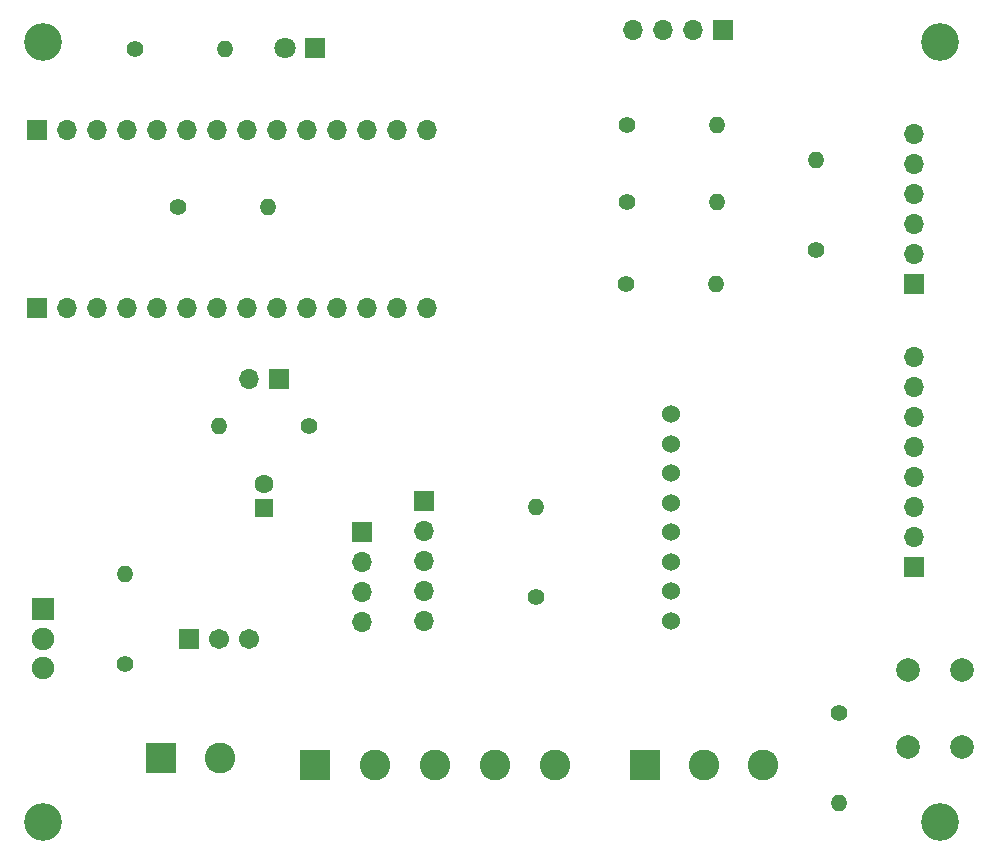
<source format=gbr>
%TF.GenerationSoftware,KiCad,Pcbnew,8.0.6-8.0.6-0~ubuntu24.04.1*%
%TF.CreationDate,2024-11-15T18:56:21-05:00*%
%TF.ProjectId,sweet-p,73776565-742d-4702-9e6b-696361645f70,rev?*%
%TF.SameCoordinates,Original*%
%TF.FileFunction,Soldermask,Bot*%
%TF.FilePolarity,Negative*%
%FSLAX46Y46*%
G04 Gerber Fmt 4.6, Leading zero omitted, Abs format (unit mm)*
G04 Created by KiCad (PCBNEW 8.0.6-8.0.6-0~ubuntu24.04.1) date 2024-11-15 18:56:21*
%MOMM*%
%LPD*%
G01*
G04 APERTURE LIST*
G04 Aperture macros list*
%AMRoundRect*
0 Rectangle with rounded corners*
0 $1 Rounding radius*
0 $2 $3 $4 $5 $6 $7 $8 $9 X,Y pos of 4 corners*
0 Add a 4 corners polygon primitive as box body*
4,1,4,$2,$3,$4,$5,$6,$7,$8,$9,$2,$3,0*
0 Add four circle primitives for the rounded corners*
1,1,$1+$1,$2,$3*
1,1,$1+$1,$4,$5*
1,1,$1+$1,$6,$7*
1,1,$1+$1,$8,$9*
0 Add four rect primitives between the rounded corners*
20,1,$1+$1,$2,$3,$4,$5,0*
20,1,$1+$1,$4,$5,$6,$7,0*
20,1,$1+$1,$6,$7,$8,$9,0*
20,1,$1+$1,$8,$9,$2,$3,0*%
G04 Aperture macros list end*
%ADD10C,2.000000*%
%ADD11C,1.400000*%
%ADD12O,1.400000X1.400000*%
%ADD13R,1.900000X1.900000*%
%ADD14C,1.900000*%
%ADD15R,1.700000X1.700000*%
%ADD16O,1.700000X1.700000*%
%ADD17R,1.800000X1.800000*%
%ADD18C,1.800000*%
%ADD19C,3.200000*%
%ADD20R,2.600000X2.600000*%
%ADD21C,2.600000*%
%ADD22RoundRect,0.102000X-0.754000X-0.754000X0.754000X-0.754000X0.754000X0.754000X-0.754000X0.754000X0*%
%ADD23C,1.712000*%
%ADD24R,1.600000X1.600000*%
%ADD25C,1.600000*%
%ADD26C,1.524000*%
G04 APERTURE END LIST*
D10*
%TO.C,SW1*%
X106800000Y-78200000D03*
X106800000Y-84700000D03*
X102300000Y-78200000D03*
X102300000Y-84700000D03*
%TD*%
D11*
%TO.C,R4*%
X96400000Y-81790000D03*
D12*
X96400000Y-89410000D03*
%TD*%
D13*
%TO.C,S2*%
X29000000Y-73000000D03*
D14*
X29000000Y-75500000D03*
X29000000Y-78000000D03*
%TD*%
D15*
%TO.C,U1*%
X61310000Y-63832500D03*
D16*
X61310000Y-66372500D03*
X61310000Y-68912500D03*
X61310000Y-71452500D03*
X61310000Y-73992500D03*
%TD*%
D11*
%TO.C,R19*%
X70810000Y-72002500D03*
D12*
X70810000Y-64382500D03*
%TD*%
D17*
%TO.C,D1*%
X52040000Y-25500000D03*
D18*
X49500000Y-25500000D03*
%TD*%
D11*
%TO.C,R6*%
X78380000Y-45500000D03*
D12*
X86000000Y-45500000D03*
%TD*%
D19*
%TO.C,H4*%
X105000000Y-91000000D03*
%TD*%
D20*
%TO.C,J2*%
X39000000Y-85600000D03*
D21*
X44000000Y-85600000D03*
%TD*%
D20*
%TO.C,J1*%
X80000000Y-86200000D03*
D21*
X85000000Y-86200000D03*
X90000000Y-86200000D03*
%TD*%
D22*
%TO.C,U8*%
X41420000Y-75500000D03*
D23*
X43960000Y-75500000D03*
X46500000Y-75500000D03*
%TD*%
D24*
%TO.C,C2*%
X47750000Y-64455113D03*
D25*
X47750000Y-62455113D03*
%TD*%
D19*
%TO.C,H2*%
X29000000Y-91000000D03*
%TD*%
D26*
%TO.C,U7*%
X82200000Y-56500000D03*
X82200000Y-59000000D03*
X82200000Y-61500000D03*
X82200000Y-64000000D03*
X82200000Y-66500000D03*
X82200000Y-69000000D03*
X82200000Y-71500000D03*
X82200000Y-74000000D03*
%TD*%
D19*
%TO.C,H1*%
X29000000Y-25000000D03*
%TD*%
D11*
%TO.C,R17*%
X94500000Y-42620000D03*
D12*
X94500000Y-35000000D03*
%TD*%
D11*
%TO.C,R13*%
X36000000Y-77620000D03*
D12*
X36000000Y-70000000D03*
%TD*%
D15*
%TO.C,J6*%
X49040000Y-53500000D03*
D16*
X46500000Y-53500000D03*
%TD*%
D19*
%TO.C,H3*%
X105000000Y-25000000D03*
%TD*%
D15*
%TO.C,J3*%
X56000000Y-66500000D03*
D16*
X56000000Y-69040000D03*
X56000000Y-71580000D03*
X56000000Y-74120000D03*
%TD*%
D11*
%TO.C,R7*%
X36800000Y-25600000D03*
D12*
X44420000Y-25600000D03*
%TD*%
D11*
%TO.C,R12*%
X78500000Y-38500000D03*
D12*
X86120000Y-38500000D03*
%TD*%
D15*
%TO.C,A2*%
X28520000Y-47500000D03*
D16*
X31060000Y-47500000D03*
X33600000Y-47500000D03*
X36140000Y-47500000D03*
X38680000Y-47500000D03*
X41220000Y-47500000D03*
X43760000Y-47500000D03*
X46300000Y-47500000D03*
X48840000Y-47500000D03*
X51380000Y-47500000D03*
X53920000Y-47500000D03*
X56460000Y-47500000D03*
X59000000Y-47500000D03*
X61540000Y-47500000D03*
X61570000Y-32465000D03*
X59030000Y-32465000D03*
X56490000Y-32465000D03*
X53950000Y-32465000D03*
X51410000Y-32465000D03*
X48870000Y-32465000D03*
X46330000Y-32465000D03*
X43790000Y-32465000D03*
X41250000Y-32465000D03*
X38710000Y-32465000D03*
X36170000Y-32465000D03*
X33630000Y-32465000D03*
X31090000Y-32465000D03*
D15*
X28550000Y-32465000D03*
%TD*%
D11*
%TO.C,R2*%
X51540000Y-57500000D03*
D12*
X43920000Y-57500000D03*
%TD*%
D15*
%TO.C,J7*%
X102800000Y-45500000D03*
D16*
X102800000Y-42960000D03*
X102800000Y-40420000D03*
X102800000Y-37880000D03*
X102800000Y-35340000D03*
X102800000Y-32800000D03*
%TD*%
D11*
%TO.C,R9*%
X78500000Y-32000000D03*
D12*
X86120000Y-32000000D03*
%TD*%
D16*
%TO.C,J8*%
X102762000Y-51638000D03*
X102762000Y-54178000D03*
X102762000Y-56718000D03*
X102762000Y-59258000D03*
X102762000Y-61798000D03*
X102762000Y-64338000D03*
X102762000Y-66878000D03*
D15*
X102762000Y-69418000D03*
%TD*%
D16*
%TO.C,U4*%
X79000000Y-24000000D03*
X81540000Y-24000000D03*
X84080000Y-24000000D03*
D15*
X86620000Y-24000000D03*
%TD*%
D20*
%TO.C,J5*%
X52080000Y-86200000D03*
D21*
X57160000Y-86200000D03*
X62240000Y-86200000D03*
X67320000Y-86200000D03*
X72400000Y-86200000D03*
%TD*%
D11*
%TO.C,R15*%
X40500000Y-39000000D03*
D12*
X48120000Y-39000000D03*
%TD*%
M02*

</source>
